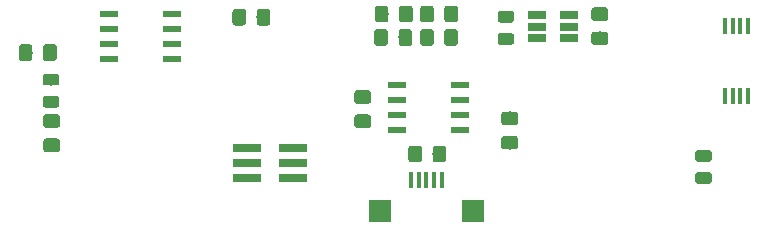
<source format=gbr>
G04 #@! TF.GenerationSoftware,KiCad,Pcbnew,(5.0.1)-4*
G04 #@! TF.CreationDate,2019-10-30T18:23:07+01:00*
G04 #@! TF.ProjectId,PCB,5043422E6B696361645F706362000000,rev?*
G04 #@! TF.SameCoordinates,Original*
G04 #@! TF.FileFunction,Paste,Top*
G04 #@! TF.FilePolarity,Positive*
%FSLAX46Y46*%
G04 Gerber Fmt 4.6, Leading zero omitted, Abs format (unit mm)*
G04 Created by KiCad (PCBNEW (5.0.1)-4) date 30/10/2019 18:23:07*
%MOMM*%
%LPD*%
G01*
G04 APERTURE LIST*
%ADD10C,0.100000*%
%ADD11C,1.150000*%
%ADD12C,0.975000*%
%ADD13R,0.400000X1.350000*%
%ADD14R,1.900000X1.900000*%
%ADD15R,2.400000X0.740000*%
%ADD16R,0.450000X1.450000*%
%ADD17R,1.550000X0.600000*%
%ADD18R,1.560000X0.650000*%
G04 APERTURE END LIST*
D10*
G04 #@! TO.C,C1*
G36*
X147025505Y-112940804D02*
X147049773Y-112944404D01*
X147073572Y-112950365D01*
X147096671Y-112958630D01*
X147118850Y-112969120D01*
X147139893Y-112981732D01*
X147159599Y-112996347D01*
X147177777Y-113012823D01*
X147194253Y-113031001D01*
X147208868Y-113050707D01*
X147221480Y-113071750D01*
X147231970Y-113093929D01*
X147240235Y-113117028D01*
X147246196Y-113140827D01*
X147249796Y-113165095D01*
X147251000Y-113189599D01*
X147251000Y-114089601D01*
X147249796Y-114114105D01*
X147246196Y-114138373D01*
X147240235Y-114162172D01*
X147231970Y-114185271D01*
X147221480Y-114207450D01*
X147208868Y-114228493D01*
X147194253Y-114248199D01*
X147177777Y-114266377D01*
X147159599Y-114282853D01*
X147139893Y-114297468D01*
X147118850Y-114310080D01*
X147096671Y-114320570D01*
X147073572Y-114328835D01*
X147049773Y-114334796D01*
X147025505Y-114338396D01*
X147001001Y-114339600D01*
X146350999Y-114339600D01*
X146326495Y-114338396D01*
X146302227Y-114334796D01*
X146278428Y-114328835D01*
X146255329Y-114320570D01*
X146233150Y-114310080D01*
X146212107Y-114297468D01*
X146192401Y-114282853D01*
X146174223Y-114266377D01*
X146157747Y-114248199D01*
X146143132Y-114228493D01*
X146130520Y-114207450D01*
X146120030Y-114185271D01*
X146111765Y-114162172D01*
X146105804Y-114138373D01*
X146102204Y-114114105D01*
X146101000Y-114089601D01*
X146101000Y-113189599D01*
X146102204Y-113165095D01*
X146105804Y-113140827D01*
X146111765Y-113117028D01*
X146120030Y-113093929D01*
X146130520Y-113071750D01*
X146143132Y-113050707D01*
X146157747Y-113031001D01*
X146174223Y-113012823D01*
X146192401Y-112996347D01*
X146212107Y-112981732D01*
X146233150Y-112969120D01*
X146255329Y-112958630D01*
X146278428Y-112950365D01*
X146302227Y-112944404D01*
X146326495Y-112940804D01*
X146350999Y-112939600D01*
X147001001Y-112939600D01*
X147025505Y-112940804D01*
X147025505Y-112940804D01*
G37*
D11*
X146676000Y-113639600D03*
D10*
G36*
X149075505Y-112940804D02*
X149099773Y-112944404D01*
X149123572Y-112950365D01*
X149146671Y-112958630D01*
X149168850Y-112969120D01*
X149189893Y-112981732D01*
X149209599Y-112996347D01*
X149227777Y-113012823D01*
X149244253Y-113031001D01*
X149258868Y-113050707D01*
X149271480Y-113071750D01*
X149281970Y-113093929D01*
X149290235Y-113117028D01*
X149296196Y-113140827D01*
X149299796Y-113165095D01*
X149301000Y-113189599D01*
X149301000Y-114089601D01*
X149299796Y-114114105D01*
X149296196Y-114138373D01*
X149290235Y-114162172D01*
X149281970Y-114185271D01*
X149271480Y-114207450D01*
X149258868Y-114228493D01*
X149244253Y-114248199D01*
X149227777Y-114266377D01*
X149209599Y-114282853D01*
X149189893Y-114297468D01*
X149168850Y-114310080D01*
X149146671Y-114320570D01*
X149123572Y-114328835D01*
X149099773Y-114334796D01*
X149075505Y-114338396D01*
X149051001Y-114339600D01*
X148400999Y-114339600D01*
X148376495Y-114338396D01*
X148352227Y-114334796D01*
X148328428Y-114328835D01*
X148305329Y-114320570D01*
X148283150Y-114310080D01*
X148262107Y-114297468D01*
X148242401Y-114282853D01*
X148224223Y-114266377D01*
X148207747Y-114248199D01*
X148193132Y-114228493D01*
X148180520Y-114207450D01*
X148170030Y-114185271D01*
X148161765Y-114162172D01*
X148155804Y-114138373D01*
X148152204Y-114114105D01*
X148151000Y-114089601D01*
X148151000Y-113189599D01*
X148152204Y-113165095D01*
X148155804Y-113140827D01*
X148161765Y-113117028D01*
X148170030Y-113093929D01*
X148180520Y-113071750D01*
X148193132Y-113050707D01*
X148207747Y-113031001D01*
X148224223Y-113012823D01*
X148242401Y-112996347D01*
X148262107Y-112981732D01*
X148283150Y-112969120D01*
X148305329Y-112958630D01*
X148328428Y-112950365D01*
X148352227Y-112944404D01*
X148376495Y-112940804D01*
X148400999Y-112939600D01*
X149051001Y-112939600D01*
X149075505Y-112940804D01*
X149075505Y-112940804D01*
G37*
D11*
X148726000Y-113639600D03*
G04 #@! TD*
D10*
G04 #@! TO.C,C2*
G36*
X154835942Y-101532774D02*
X154859603Y-101536284D01*
X154882807Y-101542096D01*
X154905329Y-101550154D01*
X154926953Y-101560382D01*
X154947470Y-101572679D01*
X154966683Y-101586929D01*
X154984407Y-101602993D01*
X155000471Y-101620717D01*
X155014721Y-101639930D01*
X155027018Y-101660447D01*
X155037246Y-101682071D01*
X155045304Y-101704593D01*
X155051116Y-101727797D01*
X155054626Y-101751458D01*
X155055800Y-101775350D01*
X155055800Y-102262850D01*
X155054626Y-102286742D01*
X155051116Y-102310403D01*
X155045304Y-102333607D01*
X155037246Y-102356129D01*
X155027018Y-102377753D01*
X155014721Y-102398270D01*
X155000471Y-102417483D01*
X154984407Y-102435207D01*
X154966683Y-102451271D01*
X154947470Y-102465521D01*
X154926953Y-102477818D01*
X154905329Y-102488046D01*
X154882807Y-102496104D01*
X154859603Y-102501916D01*
X154835942Y-102505426D01*
X154812050Y-102506600D01*
X153899550Y-102506600D01*
X153875658Y-102505426D01*
X153851997Y-102501916D01*
X153828793Y-102496104D01*
X153806271Y-102488046D01*
X153784647Y-102477818D01*
X153764130Y-102465521D01*
X153744917Y-102451271D01*
X153727193Y-102435207D01*
X153711129Y-102417483D01*
X153696879Y-102398270D01*
X153684582Y-102377753D01*
X153674354Y-102356129D01*
X153666296Y-102333607D01*
X153660484Y-102310403D01*
X153656974Y-102286742D01*
X153655800Y-102262850D01*
X153655800Y-101775350D01*
X153656974Y-101751458D01*
X153660484Y-101727797D01*
X153666296Y-101704593D01*
X153674354Y-101682071D01*
X153684582Y-101660447D01*
X153696879Y-101639930D01*
X153711129Y-101620717D01*
X153727193Y-101602993D01*
X153744917Y-101586929D01*
X153764130Y-101572679D01*
X153784647Y-101560382D01*
X153806271Y-101550154D01*
X153828793Y-101542096D01*
X153851997Y-101536284D01*
X153875658Y-101532774D01*
X153899550Y-101531600D01*
X154812050Y-101531600D01*
X154835942Y-101532774D01*
X154835942Y-101532774D01*
G37*
D12*
X154355800Y-102019100D03*
D10*
G36*
X154835942Y-103407774D02*
X154859603Y-103411284D01*
X154882807Y-103417096D01*
X154905329Y-103425154D01*
X154926953Y-103435382D01*
X154947470Y-103447679D01*
X154966683Y-103461929D01*
X154984407Y-103477993D01*
X155000471Y-103495717D01*
X155014721Y-103514930D01*
X155027018Y-103535447D01*
X155037246Y-103557071D01*
X155045304Y-103579593D01*
X155051116Y-103602797D01*
X155054626Y-103626458D01*
X155055800Y-103650350D01*
X155055800Y-104137850D01*
X155054626Y-104161742D01*
X155051116Y-104185403D01*
X155045304Y-104208607D01*
X155037246Y-104231129D01*
X155027018Y-104252753D01*
X155014721Y-104273270D01*
X155000471Y-104292483D01*
X154984407Y-104310207D01*
X154966683Y-104326271D01*
X154947470Y-104340521D01*
X154926953Y-104352818D01*
X154905329Y-104363046D01*
X154882807Y-104371104D01*
X154859603Y-104376916D01*
X154835942Y-104380426D01*
X154812050Y-104381600D01*
X153899550Y-104381600D01*
X153875658Y-104380426D01*
X153851997Y-104376916D01*
X153828793Y-104371104D01*
X153806271Y-104363046D01*
X153784647Y-104352818D01*
X153764130Y-104340521D01*
X153744917Y-104326271D01*
X153727193Y-104310207D01*
X153711129Y-104292483D01*
X153696879Y-104273270D01*
X153684582Y-104252753D01*
X153674354Y-104231129D01*
X153666296Y-104208607D01*
X153660484Y-104185403D01*
X153656974Y-104161742D01*
X153655800Y-104137850D01*
X153655800Y-103650350D01*
X153656974Y-103626458D01*
X153660484Y-103602797D01*
X153666296Y-103579593D01*
X153674354Y-103557071D01*
X153684582Y-103535447D01*
X153696879Y-103514930D01*
X153711129Y-103495717D01*
X153727193Y-103477993D01*
X153744917Y-103461929D01*
X153764130Y-103447679D01*
X153784647Y-103435382D01*
X153806271Y-103425154D01*
X153828793Y-103417096D01*
X153851997Y-103411284D01*
X153875658Y-103407774D01*
X153899550Y-103406600D01*
X154812050Y-103406600D01*
X154835942Y-103407774D01*
X154835942Y-103407774D01*
G37*
D12*
X154355800Y-103894100D03*
G04 #@! TD*
D10*
G04 #@! TO.C,C3*
G36*
X171574542Y-113310274D02*
X171598203Y-113313784D01*
X171621407Y-113319596D01*
X171643929Y-113327654D01*
X171665553Y-113337882D01*
X171686070Y-113350179D01*
X171705283Y-113364429D01*
X171723007Y-113380493D01*
X171739071Y-113398217D01*
X171753321Y-113417430D01*
X171765618Y-113437947D01*
X171775846Y-113459571D01*
X171783904Y-113482093D01*
X171789716Y-113505297D01*
X171793226Y-113528958D01*
X171794400Y-113552850D01*
X171794400Y-114040350D01*
X171793226Y-114064242D01*
X171789716Y-114087903D01*
X171783904Y-114111107D01*
X171775846Y-114133629D01*
X171765618Y-114155253D01*
X171753321Y-114175770D01*
X171739071Y-114194983D01*
X171723007Y-114212707D01*
X171705283Y-114228771D01*
X171686070Y-114243021D01*
X171665553Y-114255318D01*
X171643929Y-114265546D01*
X171621407Y-114273604D01*
X171598203Y-114279416D01*
X171574542Y-114282926D01*
X171550650Y-114284100D01*
X170638150Y-114284100D01*
X170614258Y-114282926D01*
X170590597Y-114279416D01*
X170567393Y-114273604D01*
X170544871Y-114265546D01*
X170523247Y-114255318D01*
X170502730Y-114243021D01*
X170483517Y-114228771D01*
X170465793Y-114212707D01*
X170449729Y-114194983D01*
X170435479Y-114175770D01*
X170423182Y-114155253D01*
X170412954Y-114133629D01*
X170404896Y-114111107D01*
X170399084Y-114087903D01*
X170395574Y-114064242D01*
X170394400Y-114040350D01*
X170394400Y-113552850D01*
X170395574Y-113528958D01*
X170399084Y-113505297D01*
X170404896Y-113482093D01*
X170412954Y-113459571D01*
X170423182Y-113437947D01*
X170435479Y-113417430D01*
X170449729Y-113398217D01*
X170465793Y-113380493D01*
X170483517Y-113364429D01*
X170502730Y-113350179D01*
X170523247Y-113337882D01*
X170544871Y-113327654D01*
X170567393Y-113319596D01*
X170590597Y-113313784D01*
X170614258Y-113310274D01*
X170638150Y-113309100D01*
X171550650Y-113309100D01*
X171574542Y-113310274D01*
X171574542Y-113310274D01*
G37*
D12*
X171094400Y-113796600D03*
D10*
G36*
X171574542Y-115185274D02*
X171598203Y-115188784D01*
X171621407Y-115194596D01*
X171643929Y-115202654D01*
X171665553Y-115212882D01*
X171686070Y-115225179D01*
X171705283Y-115239429D01*
X171723007Y-115255493D01*
X171739071Y-115273217D01*
X171753321Y-115292430D01*
X171765618Y-115312947D01*
X171775846Y-115334571D01*
X171783904Y-115357093D01*
X171789716Y-115380297D01*
X171793226Y-115403958D01*
X171794400Y-115427850D01*
X171794400Y-115915350D01*
X171793226Y-115939242D01*
X171789716Y-115962903D01*
X171783904Y-115986107D01*
X171775846Y-116008629D01*
X171765618Y-116030253D01*
X171753321Y-116050770D01*
X171739071Y-116069983D01*
X171723007Y-116087707D01*
X171705283Y-116103771D01*
X171686070Y-116118021D01*
X171665553Y-116130318D01*
X171643929Y-116140546D01*
X171621407Y-116148604D01*
X171598203Y-116154416D01*
X171574542Y-116157926D01*
X171550650Y-116159100D01*
X170638150Y-116159100D01*
X170614258Y-116157926D01*
X170590597Y-116154416D01*
X170567393Y-116148604D01*
X170544871Y-116140546D01*
X170523247Y-116130318D01*
X170502730Y-116118021D01*
X170483517Y-116103771D01*
X170465793Y-116087707D01*
X170449729Y-116069983D01*
X170435479Y-116050770D01*
X170423182Y-116030253D01*
X170412954Y-116008629D01*
X170404896Y-115986107D01*
X170399084Y-115962903D01*
X170395574Y-115939242D01*
X170394400Y-115915350D01*
X170394400Y-115427850D01*
X170395574Y-115403958D01*
X170399084Y-115380297D01*
X170404896Y-115357093D01*
X170412954Y-115334571D01*
X170423182Y-115312947D01*
X170435479Y-115292430D01*
X170449729Y-115273217D01*
X170465793Y-115255493D01*
X170483517Y-115239429D01*
X170502730Y-115225179D01*
X170523247Y-115212882D01*
X170544871Y-115202654D01*
X170567393Y-115194596D01*
X170590597Y-115188784D01*
X170614258Y-115185274D01*
X170638150Y-115184100D01*
X171550650Y-115184100D01*
X171574542Y-115185274D01*
X171574542Y-115185274D01*
G37*
D12*
X171094400Y-115671600D03*
G04 #@! TD*
D10*
G04 #@! TO.C,C4*
G36*
X116329542Y-108729074D02*
X116353203Y-108732584D01*
X116376407Y-108738396D01*
X116398929Y-108746454D01*
X116420553Y-108756682D01*
X116441070Y-108768979D01*
X116460283Y-108783229D01*
X116478007Y-108799293D01*
X116494071Y-108817017D01*
X116508321Y-108836230D01*
X116520618Y-108856747D01*
X116530846Y-108878371D01*
X116538904Y-108900893D01*
X116544716Y-108924097D01*
X116548226Y-108947758D01*
X116549400Y-108971650D01*
X116549400Y-109459150D01*
X116548226Y-109483042D01*
X116544716Y-109506703D01*
X116538904Y-109529907D01*
X116530846Y-109552429D01*
X116520618Y-109574053D01*
X116508321Y-109594570D01*
X116494071Y-109613783D01*
X116478007Y-109631507D01*
X116460283Y-109647571D01*
X116441070Y-109661821D01*
X116420553Y-109674118D01*
X116398929Y-109684346D01*
X116376407Y-109692404D01*
X116353203Y-109698216D01*
X116329542Y-109701726D01*
X116305650Y-109702900D01*
X115393150Y-109702900D01*
X115369258Y-109701726D01*
X115345597Y-109698216D01*
X115322393Y-109692404D01*
X115299871Y-109684346D01*
X115278247Y-109674118D01*
X115257730Y-109661821D01*
X115238517Y-109647571D01*
X115220793Y-109631507D01*
X115204729Y-109613783D01*
X115190479Y-109594570D01*
X115178182Y-109574053D01*
X115167954Y-109552429D01*
X115159896Y-109529907D01*
X115154084Y-109506703D01*
X115150574Y-109483042D01*
X115149400Y-109459150D01*
X115149400Y-108971650D01*
X115150574Y-108947758D01*
X115154084Y-108924097D01*
X115159896Y-108900893D01*
X115167954Y-108878371D01*
X115178182Y-108856747D01*
X115190479Y-108836230D01*
X115204729Y-108817017D01*
X115220793Y-108799293D01*
X115238517Y-108783229D01*
X115257730Y-108768979D01*
X115278247Y-108756682D01*
X115299871Y-108746454D01*
X115322393Y-108738396D01*
X115345597Y-108732584D01*
X115369258Y-108729074D01*
X115393150Y-108727900D01*
X116305650Y-108727900D01*
X116329542Y-108729074D01*
X116329542Y-108729074D01*
G37*
D12*
X115849400Y-109215400D03*
D10*
G36*
X116329542Y-106854074D02*
X116353203Y-106857584D01*
X116376407Y-106863396D01*
X116398929Y-106871454D01*
X116420553Y-106881682D01*
X116441070Y-106893979D01*
X116460283Y-106908229D01*
X116478007Y-106924293D01*
X116494071Y-106942017D01*
X116508321Y-106961230D01*
X116520618Y-106981747D01*
X116530846Y-107003371D01*
X116538904Y-107025893D01*
X116544716Y-107049097D01*
X116548226Y-107072758D01*
X116549400Y-107096650D01*
X116549400Y-107584150D01*
X116548226Y-107608042D01*
X116544716Y-107631703D01*
X116538904Y-107654907D01*
X116530846Y-107677429D01*
X116520618Y-107699053D01*
X116508321Y-107719570D01*
X116494071Y-107738783D01*
X116478007Y-107756507D01*
X116460283Y-107772571D01*
X116441070Y-107786821D01*
X116420553Y-107799118D01*
X116398929Y-107809346D01*
X116376407Y-107817404D01*
X116353203Y-107823216D01*
X116329542Y-107826726D01*
X116305650Y-107827900D01*
X115393150Y-107827900D01*
X115369258Y-107826726D01*
X115345597Y-107823216D01*
X115322393Y-107817404D01*
X115299871Y-107809346D01*
X115278247Y-107799118D01*
X115257730Y-107786821D01*
X115238517Y-107772571D01*
X115220793Y-107756507D01*
X115204729Y-107738783D01*
X115190479Y-107719570D01*
X115178182Y-107699053D01*
X115167954Y-107677429D01*
X115159896Y-107654907D01*
X115154084Y-107631703D01*
X115150574Y-107608042D01*
X115149400Y-107584150D01*
X115149400Y-107096650D01*
X115150574Y-107072758D01*
X115154084Y-107049097D01*
X115159896Y-107025893D01*
X115167954Y-107003371D01*
X115178182Y-106981747D01*
X115190479Y-106961230D01*
X115204729Y-106942017D01*
X115220793Y-106924293D01*
X115238517Y-106908229D01*
X115257730Y-106893979D01*
X115278247Y-106881682D01*
X115299871Y-106871454D01*
X115322393Y-106863396D01*
X115345597Y-106857584D01*
X115369258Y-106854074D01*
X115393150Y-106852900D01*
X116305650Y-106852900D01*
X116329542Y-106854074D01*
X116329542Y-106854074D01*
G37*
D12*
X115849400Y-107340400D03*
G04 #@! TD*
D10*
G04 #@! TO.C,D1*
G36*
X146196305Y-103072904D02*
X146220573Y-103076504D01*
X146244372Y-103082465D01*
X146267471Y-103090730D01*
X146289650Y-103101220D01*
X146310693Y-103113832D01*
X146330399Y-103128447D01*
X146348577Y-103144923D01*
X146365053Y-103163101D01*
X146379668Y-103182807D01*
X146392280Y-103203850D01*
X146402770Y-103226029D01*
X146411035Y-103249128D01*
X146416996Y-103272927D01*
X146420596Y-103297195D01*
X146421800Y-103321699D01*
X146421800Y-104221701D01*
X146420596Y-104246205D01*
X146416996Y-104270473D01*
X146411035Y-104294272D01*
X146402770Y-104317371D01*
X146392280Y-104339550D01*
X146379668Y-104360593D01*
X146365053Y-104380299D01*
X146348577Y-104398477D01*
X146330399Y-104414953D01*
X146310693Y-104429568D01*
X146289650Y-104442180D01*
X146267471Y-104452670D01*
X146244372Y-104460935D01*
X146220573Y-104466896D01*
X146196305Y-104470496D01*
X146171801Y-104471700D01*
X145521799Y-104471700D01*
X145497295Y-104470496D01*
X145473027Y-104466896D01*
X145449228Y-104460935D01*
X145426129Y-104452670D01*
X145403950Y-104442180D01*
X145382907Y-104429568D01*
X145363201Y-104414953D01*
X145345023Y-104398477D01*
X145328547Y-104380299D01*
X145313932Y-104360593D01*
X145301320Y-104339550D01*
X145290830Y-104317371D01*
X145282565Y-104294272D01*
X145276604Y-104270473D01*
X145273004Y-104246205D01*
X145271800Y-104221701D01*
X145271800Y-103321699D01*
X145273004Y-103297195D01*
X145276604Y-103272927D01*
X145282565Y-103249128D01*
X145290830Y-103226029D01*
X145301320Y-103203850D01*
X145313932Y-103182807D01*
X145328547Y-103163101D01*
X145345023Y-103144923D01*
X145363201Y-103128447D01*
X145382907Y-103113832D01*
X145403950Y-103101220D01*
X145426129Y-103090730D01*
X145449228Y-103082465D01*
X145473027Y-103076504D01*
X145497295Y-103072904D01*
X145521799Y-103071700D01*
X146171801Y-103071700D01*
X146196305Y-103072904D01*
X146196305Y-103072904D01*
G37*
D11*
X145846800Y-103771700D03*
D10*
G36*
X144146305Y-103072904D02*
X144170573Y-103076504D01*
X144194372Y-103082465D01*
X144217471Y-103090730D01*
X144239650Y-103101220D01*
X144260693Y-103113832D01*
X144280399Y-103128447D01*
X144298577Y-103144923D01*
X144315053Y-103163101D01*
X144329668Y-103182807D01*
X144342280Y-103203850D01*
X144352770Y-103226029D01*
X144361035Y-103249128D01*
X144366996Y-103272927D01*
X144370596Y-103297195D01*
X144371800Y-103321699D01*
X144371800Y-104221701D01*
X144370596Y-104246205D01*
X144366996Y-104270473D01*
X144361035Y-104294272D01*
X144352770Y-104317371D01*
X144342280Y-104339550D01*
X144329668Y-104360593D01*
X144315053Y-104380299D01*
X144298577Y-104398477D01*
X144280399Y-104414953D01*
X144260693Y-104429568D01*
X144239650Y-104442180D01*
X144217471Y-104452670D01*
X144194372Y-104460935D01*
X144170573Y-104466896D01*
X144146305Y-104470496D01*
X144121801Y-104471700D01*
X143471799Y-104471700D01*
X143447295Y-104470496D01*
X143423027Y-104466896D01*
X143399228Y-104460935D01*
X143376129Y-104452670D01*
X143353950Y-104442180D01*
X143332907Y-104429568D01*
X143313201Y-104414953D01*
X143295023Y-104398477D01*
X143278547Y-104380299D01*
X143263932Y-104360593D01*
X143251320Y-104339550D01*
X143240830Y-104317371D01*
X143232565Y-104294272D01*
X143226604Y-104270473D01*
X143223004Y-104246205D01*
X143221800Y-104221701D01*
X143221800Y-103321699D01*
X143223004Y-103297195D01*
X143226604Y-103272927D01*
X143232565Y-103249128D01*
X143240830Y-103226029D01*
X143251320Y-103203850D01*
X143263932Y-103182807D01*
X143278547Y-103163101D01*
X143295023Y-103144923D01*
X143313201Y-103128447D01*
X143332907Y-103113832D01*
X143353950Y-103101220D01*
X143376129Y-103090730D01*
X143399228Y-103082465D01*
X143423027Y-103076504D01*
X143447295Y-103072904D01*
X143471799Y-103071700D01*
X144121801Y-103071700D01*
X144146305Y-103072904D01*
X144146305Y-103072904D01*
G37*
D11*
X143796800Y-103771700D03*
G04 #@! TD*
D10*
G04 #@! TO.C,D2*
G36*
X144197105Y-101091704D02*
X144221373Y-101095304D01*
X144245172Y-101101265D01*
X144268271Y-101109530D01*
X144290450Y-101120020D01*
X144311493Y-101132632D01*
X144331199Y-101147247D01*
X144349377Y-101163723D01*
X144365853Y-101181901D01*
X144380468Y-101201607D01*
X144393080Y-101222650D01*
X144403570Y-101244829D01*
X144411835Y-101267928D01*
X144417796Y-101291727D01*
X144421396Y-101315995D01*
X144422600Y-101340499D01*
X144422600Y-102240501D01*
X144421396Y-102265005D01*
X144417796Y-102289273D01*
X144411835Y-102313072D01*
X144403570Y-102336171D01*
X144393080Y-102358350D01*
X144380468Y-102379393D01*
X144365853Y-102399099D01*
X144349377Y-102417277D01*
X144331199Y-102433753D01*
X144311493Y-102448368D01*
X144290450Y-102460980D01*
X144268271Y-102471470D01*
X144245172Y-102479735D01*
X144221373Y-102485696D01*
X144197105Y-102489296D01*
X144172601Y-102490500D01*
X143522599Y-102490500D01*
X143498095Y-102489296D01*
X143473827Y-102485696D01*
X143450028Y-102479735D01*
X143426929Y-102471470D01*
X143404750Y-102460980D01*
X143383707Y-102448368D01*
X143364001Y-102433753D01*
X143345823Y-102417277D01*
X143329347Y-102399099D01*
X143314732Y-102379393D01*
X143302120Y-102358350D01*
X143291630Y-102336171D01*
X143283365Y-102313072D01*
X143277404Y-102289273D01*
X143273804Y-102265005D01*
X143272600Y-102240501D01*
X143272600Y-101340499D01*
X143273804Y-101315995D01*
X143277404Y-101291727D01*
X143283365Y-101267928D01*
X143291630Y-101244829D01*
X143302120Y-101222650D01*
X143314732Y-101201607D01*
X143329347Y-101181901D01*
X143345823Y-101163723D01*
X143364001Y-101147247D01*
X143383707Y-101132632D01*
X143404750Y-101120020D01*
X143426929Y-101109530D01*
X143450028Y-101101265D01*
X143473827Y-101095304D01*
X143498095Y-101091704D01*
X143522599Y-101090500D01*
X144172601Y-101090500D01*
X144197105Y-101091704D01*
X144197105Y-101091704D01*
G37*
D11*
X143847600Y-101790500D03*
D10*
G36*
X146247105Y-101091704D02*
X146271373Y-101095304D01*
X146295172Y-101101265D01*
X146318271Y-101109530D01*
X146340450Y-101120020D01*
X146361493Y-101132632D01*
X146381199Y-101147247D01*
X146399377Y-101163723D01*
X146415853Y-101181901D01*
X146430468Y-101201607D01*
X146443080Y-101222650D01*
X146453570Y-101244829D01*
X146461835Y-101267928D01*
X146467796Y-101291727D01*
X146471396Y-101315995D01*
X146472600Y-101340499D01*
X146472600Y-102240501D01*
X146471396Y-102265005D01*
X146467796Y-102289273D01*
X146461835Y-102313072D01*
X146453570Y-102336171D01*
X146443080Y-102358350D01*
X146430468Y-102379393D01*
X146415853Y-102399099D01*
X146399377Y-102417277D01*
X146381199Y-102433753D01*
X146361493Y-102448368D01*
X146340450Y-102460980D01*
X146318271Y-102471470D01*
X146295172Y-102479735D01*
X146271373Y-102485696D01*
X146247105Y-102489296D01*
X146222601Y-102490500D01*
X145572599Y-102490500D01*
X145548095Y-102489296D01*
X145523827Y-102485696D01*
X145500028Y-102479735D01*
X145476929Y-102471470D01*
X145454750Y-102460980D01*
X145433707Y-102448368D01*
X145414001Y-102433753D01*
X145395823Y-102417277D01*
X145379347Y-102399099D01*
X145364732Y-102379393D01*
X145352120Y-102358350D01*
X145341630Y-102336171D01*
X145333365Y-102313072D01*
X145327404Y-102289273D01*
X145323804Y-102265005D01*
X145322600Y-102240501D01*
X145322600Y-101340499D01*
X145323804Y-101315995D01*
X145327404Y-101291727D01*
X145333365Y-101267928D01*
X145341630Y-101244829D01*
X145352120Y-101222650D01*
X145364732Y-101201607D01*
X145379347Y-101181901D01*
X145395823Y-101163723D01*
X145414001Y-101147247D01*
X145433707Y-101132632D01*
X145454750Y-101120020D01*
X145476929Y-101109530D01*
X145500028Y-101101265D01*
X145523827Y-101095304D01*
X145548095Y-101091704D01*
X145572599Y-101090500D01*
X146222601Y-101090500D01*
X146247105Y-101091704D01*
X146247105Y-101091704D01*
G37*
D11*
X145897600Y-101790500D03*
G04 #@! TD*
D13*
G04 #@! TO.C,J1*
X148924800Y-115816000D03*
X148274800Y-115816000D03*
X146324800Y-115816000D03*
X146974800Y-115816000D03*
X147624800Y-115816000D03*
D14*
X143674800Y-118491000D03*
X151574800Y-118491000D03*
G04 #@! TD*
D15*
G04 #@! TO.C,J2*
X132461000Y-113131600D03*
X136361000Y-113131600D03*
X132461000Y-114401600D03*
X136361000Y-114401600D03*
X132461000Y-115671600D03*
X136361000Y-115671600D03*
G04 #@! TD*
D16*
G04 #@! TO.C,Q1*
X172913400Y-108690200D03*
X173563400Y-108690200D03*
X174213400Y-108690200D03*
X174863400Y-108690200D03*
X174863400Y-102790200D03*
X174213400Y-102790200D03*
X173563400Y-102790200D03*
X172913400Y-102790200D03*
G04 #@! TD*
D10*
G04 #@! TO.C,R1*
G36*
X148028805Y-103060204D02*
X148053073Y-103063804D01*
X148076872Y-103069765D01*
X148099971Y-103078030D01*
X148122150Y-103088520D01*
X148143193Y-103101132D01*
X148162899Y-103115747D01*
X148181077Y-103132223D01*
X148197553Y-103150401D01*
X148212168Y-103170107D01*
X148224780Y-103191150D01*
X148235270Y-103213329D01*
X148243535Y-103236428D01*
X148249496Y-103260227D01*
X148253096Y-103284495D01*
X148254300Y-103308999D01*
X148254300Y-104209001D01*
X148253096Y-104233505D01*
X148249496Y-104257773D01*
X148243535Y-104281572D01*
X148235270Y-104304671D01*
X148224780Y-104326850D01*
X148212168Y-104347893D01*
X148197553Y-104367599D01*
X148181077Y-104385777D01*
X148162899Y-104402253D01*
X148143193Y-104416868D01*
X148122150Y-104429480D01*
X148099971Y-104439970D01*
X148076872Y-104448235D01*
X148053073Y-104454196D01*
X148028805Y-104457796D01*
X148004301Y-104459000D01*
X147354299Y-104459000D01*
X147329795Y-104457796D01*
X147305527Y-104454196D01*
X147281728Y-104448235D01*
X147258629Y-104439970D01*
X147236450Y-104429480D01*
X147215407Y-104416868D01*
X147195701Y-104402253D01*
X147177523Y-104385777D01*
X147161047Y-104367599D01*
X147146432Y-104347893D01*
X147133820Y-104326850D01*
X147123330Y-104304671D01*
X147115065Y-104281572D01*
X147109104Y-104257773D01*
X147105504Y-104233505D01*
X147104300Y-104209001D01*
X147104300Y-103308999D01*
X147105504Y-103284495D01*
X147109104Y-103260227D01*
X147115065Y-103236428D01*
X147123330Y-103213329D01*
X147133820Y-103191150D01*
X147146432Y-103170107D01*
X147161047Y-103150401D01*
X147177523Y-103132223D01*
X147195701Y-103115747D01*
X147215407Y-103101132D01*
X147236450Y-103088520D01*
X147258629Y-103078030D01*
X147281728Y-103069765D01*
X147305527Y-103063804D01*
X147329795Y-103060204D01*
X147354299Y-103059000D01*
X148004301Y-103059000D01*
X148028805Y-103060204D01*
X148028805Y-103060204D01*
G37*
D11*
X147679300Y-103759000D03*
D10*
G36*
X150078805Y-103060204D02*
X150103073Y-103063804D01*
X150126872Y-103069765D01*
X150149971Y-103078030D01*
X150172150Y-103088520D01*
X150193193Y-103101132D01*
X150212899Y-103115747D01*
X150231077Y-103132223D01*
X150247553Y-103150401D01*
X150262168Y-103170107D01*
X150274780Y-103191150D01*
X150285270Y-103213329D01*
X150293535Y-103236428D01*
X150299496Y-103260227D01*
X150303096Y-103284495D01*
X150304300Y-103308999D01*
X150304300Y-104209001D01*
X150303096Y-104233505D01*
X150299496Y-104257773D01*
X150293535Y-104281572D01*
X150285270Y-104304671D01*
X150274780Y-104326850D01*
X150262168Y-104347893D01*
X150247553Y-104367599D01*
X150231077Y-104385777D01*
X150212899Y-104402253D01*
X150193193Y-104416868D01*
X150172150Y-104429480D01*
X150149971Y-104439970D01*
X150126872Y-104448235D01*
X150103073Y-104454196D01*
X150078805Y-104457796D01*
X150054301Y-104459000D01*
X149404299Y-104459000D01*
X149379795Y-104457796D01*
X149355527Y-104454196D01*
X149331728Y-104448235D01*
X149308629Y-104439970D01*
X149286450Y-104429480D01*
X149265407Y-104416868D01*
X149245701Y-104402253D01*
X149227523Y-104385777D01*
X149211047Y-104367599D01*
X149196432Y-104347893D01*
X149183820Y-104326850D01*
X149173330Y-104304671D01*
X149165065Y-104281572D01*
X149159104Y-104257773D01*
X149155504Y-104233505D01*
X149154300Y-104209001D01*
X149154300Y-103308999D01*
X149155504Y-103284495D01*
X149159104Y-103260227D01*
X149165065Y-103236428D01*
X149173330Y-103213329D01*
X149183820Y-103191150D01*
X149196432Y-103170107D01*
X149211047Y-103150401D01*
X149227523Y-103132223D01*
X149245701Y-103115747D01*
X149265407Y-103101132D01*
X149286450Y-103088520D01*
X149308629Y-103078030D01*
X149331728Y-103069765D01*
X149355527Y-103063804D01*
X149379795Y-103060204D01*
X149404299Y-103059000D01*
X150054301Y-103059000D01*
X150078805Y-103060204D01*
X150078805Y-103060204D01*
G37*
D11*
X149729300Y-103759000D03*
G04 #@! TD*
D10*
G04 #@! TO.C,R2*
G36*
X155147805Y-112100604D02*
X155172073Y-112104204D01*
X155195872Y-112110165D01*
X155218971Y-112118430D01*
X155241150Y-112128920D01*
X155262193Y-112141532D01*
X155281899Y-112156147D01*
X155300077Y-112172623D01*
X155316553Y-112190801D01*
X155331168Y-112210507D01*
X155343780Y-112231550D01*
X155354270Y-112253729D01*
X155362535Y-112276828D01*
X155368496Y-112300627D01*
X155372096Y-112324895D01*
X155373300Y-112349399D01*
X155373300Y-112999401D01*
X155372096Y-113023905D01*
X155368496Y-113048173D01*
X155362535Y-113071972D01*
X155354270Y-113095071D01*
X155343780Y-113117250D01*
X155331168Y-113138293D01*
X155316553Y-113157999D01*
X155300077Y-113176177D01*
X155281899Y-113192653D01*
X155262193Y-113207268D01*
X155241150Y-113219880D01*
X155218971Y-113230370D01*
X155195872Y-113238635D01*
X155172073Y-113244596D01*
X155147805Y-113248196D01*
X155123301Y-113249400D01*
X154223299Y-113249400D01*
X154198795Y-113248196D01*
X154174527Y-113244596D01*
X154150728Y-113238635D01*
X154127629Y-113230370D01*
X154105450Y-113219880D01*
X154084407Y-113207268D01*
X154064701Y-113192653D01*
X154046523Y-113176177D01*
X154030047Y-113157999D01*
X154015432Y-113138293D01*
X154002820Y-113117250D01*
X153992330Y-113095071D01*
X153984065Y-113071972D01*
X153978104Y-113048173D01*
X153974504Y-113023905D01*
X153973300Y-112999401D01*
X153973300Y-112349399D01*
X153974504Y-112324895D01*
X153978104Y-112300627D01*
X153984065Y-112276828D01*
X153992330Y-112253729D01*
X154002820Y-112231550D01*
X154015432Y-112210507D01*
X154030047Y-112190801D01*
X154046523Y-112172623D01*
X154064701Y-112156147D01*
X154084407Y-112141532D01*
X154105450Y-112128920D01*
X154127629Y-112118430D01*
X154150728Y-112110165D01*
X154174527Y-112104204D01*
X154198795Y-112100604D01*
X154223299Y-112099400D01*
X155123301Y-112099400D01*
X155147805Y-112100604D01*
X155147805Y-112100604D01*
G37*
D11*
X154673300Y-112674400D03*
D10*
G36*
X155147805Y-110050604D02*
X155172073Y-110054204D01*
X155195872Y-110060165D01*
X155218971Y-110068430D01*
X155241150Y-110078920D01*
X155262193Y-110091532D01*
X155281899Y-110106147D01*
X155300077Y-110122623D01*
X155316553Y-110140801D01*
X155331168Y-110160507D01*
X155343780Y-110181550D01*
X155354270Y-110203729D01*
X155362535Y-110226828D01*
X155368496Y-110250627D01*
X155372096Y-110274895D01*
X155373300Y-110299399D01*
X155373300Y-110949401D01*
X155372096Y-110973905D01*
X155368496Y-110998173D01*
X155362535Y-111021972D01*
X155354270Y-111045071D01*
X155343780Y-111067250D01*
X155331168Y-111088293D01*
X155316553Y-111107999D01*
X155300077Y-111126177D01*
X155281899Y-111142653D01*
X155262193Y-111157268D01*
X155241150Y-111169880D01*
X155218971Y-111180370D01*
X155195872Y-111188635D01*
X155172073Y-111194596D01*
X155147805Y-111198196D01*
X155123301Y-111199400D01*
X154223299Y-111199400D01*
X154198795Y-111198196D01*
X154174527Y-111194596D01*
X154150728Y-111188635D01*
X154127629Y-111180370D01*
X154105450Y-111169880D01*
X154084407Y-111157268D01*
X154064701Y-111142653D01*
X154046523Y-111126177D01*
X154030047Y-111107999D01*
X154015432Y-111088293D01*
X154002820Y-111067250D01*
X153992330Y-111045071D01*
X153984065Y-111021972D01*
X153978104Y-110998173D01*
X153974504Y-110973905D01*
X153973300Y-110949401D01*
X153973300Y-110299399D01*
X153974504Y-110274895D01*
X153978104Y-110250627D01*
X153984065Y-110226828D01*
X153992330Y-110203729D01*
X154002820Y-110181550D01*
X154015432Y-110160507D01*
X154030047Y-110140801D01*
X154046523Y-110122623D01*
X154064701Y-110106147D01*
X154084407Y-110091532D01*
X154105450Y-110078920D01*
X154127629Y-110068430D01*
X154150728Y-110060165D01*
X154174527Y-110054204D01*
X154198795Y-110050604D01*
X154223299Y-110049400D01*
X155123301Y-110049400D01*
X155147805Y-110050604D01*
X155147805Y-110050604D01*
G37*
D11*
X154673300Y-110624400D03*
G04 #@! TD*
D10*
G04 #@! TO.C,R3*
G36*
X148032505Y-101091704D02*
X148056773Y-101095304D01*
X148080572Y-101101265D01*
X148103671Y-101109530D01*
X148125850Y-101120020D01*
X148146893Y-101132632D01*
X148166599Y-101147247D01*
X148184777Y-101163723D01*
X148201253Y-101181901D01*
X148215868Y-101201607D01*
X148228480Y-101222650D01*
X148238970Y-101244829D01*
X148247235Y-101267928D01*
X148253196Y-101291727D01*
X148256796Y-101315995D01*
X148258000Y-101340499D01*
X148258000Y-102240501D01*
X148256796Y-102265005D01*
X148253196Y-102289273D01*
X148247235Y-102313072D01*
X148238970Y-102336171D01*
X148228480Y-102358350D01*
X148215868Y-102379393D01*
X148201253Y-102399099D01*
X148184777Y-102417277D01*
X148166599Y-102433753D01*
X148146893Y-102448368D01*
X148125850Y-102460980D01*
X148103671Y-102471470D01*
X148080572Y-102479735D01*
X148056773Y-102485696D01*
X148032505Y-102489296D01*
X148008001Y-102490500D01*
X147357999Y-102490500D01*
X147333495Y-102489296D01*
X147309227Y-102485696D01*
X147285428Y-102479735D01*
X147262329Y-102471470D01*
X147240150Y-102460980D01*
X147219107Y-102448368D01*
X147199401Y-102433753D01*
X147181223Y-102417277D01*
X147164747Y-102399099D01*
X147150132Y-102379393D01*
X147137520Y-102358350D01*
X147127030Y-102336171D01*
X147118765Y-102313072D01*
X147112804Y-102289273D01*
X147109204Y-102265005D01*
X147108000Y-102240501D01*
X147108000Y-101340499D01*
X147109204Y-101315995D01*
X147112804Y-101291727D01*
X147118765Y-101267928D01*
X147127030Y-101244829D01*
X147137520Y-101222650D01*
X147150132Y-101201607D01*
X147164747Y-101181901D01*
X147181223Y-101163723D01*
X147199401Y-101147247D01*
X147219107Y-101132632D01*
X147240150Y-101120020D01*
X147262329Y-101109530D01*
X147285428Y-101101265D01*
X147309227Y-101095304D01*
X147333495Y-101091704D01*
X147357999Y-101090500D01*
X148008001Y-101090500D01*
X148032505Y-101091704D01*
X148032505Y-101091704D01*
G37*
D11*
X147683000Y-101790500D03*
D10*
G36*
X150082505Y-101091704D02*
X150106773Y-101095304D01*
X150130572Y-101101265D01*
X150153671Y-101109530D01*
X150175850Y-101120020D01*
X150196893Y-101132632D01*
X150216599Y-101147247D01*
X150234777Y-101163723D01*
X150251253Y-101181901D01*
X150265868Y-101201607D01*
X150278480Y-101222650D01*
X150288970Y-101244829D01*
X150297235Y-101267928D01*
X150303196Y-101291727D01*
X150306796Y-101315995D01*
X150308000Y-101340499D01*
X150308000Y-102240501D01*
X150306796Y-102265005D01*
X150303196Y-102289273D01*
X150297235Y-102313072D01*
X150288970Y-102336171D01*
X150278480Y-102358350D01*
X150265868Y-102379393D01*
X150251253Y-102399099D01*
X150234777Y-102417277D01*
X150216599Y-102433753D01*
X150196893Y-102448368D01*
X150175850Y-102460980D01*
X150153671Y-102471470D01*
X150130572Y-102479735D01*
X150106773Y-102485696D01*
X150082505Y-102489296D01*
X150058001Y-102490500D01*
X149407999Y-102490500D01*
X149383495Y-102489296D01*
X149359227Y-102485696D01*
X149335428Y-102479735D01*
X149312329Y-102471470D01*
X149290150Y-102460980D01*
X149269107Y-102448368D01*
X149249401Y-102433753D01*
X149231223Y-102417277D01*
X149214747Y-102399099D01*
X149200132Y-102379393D01*
X149187520Y-102358350D01*
X149177030Y-102336171D01*
X149168765Y-102313072D01*
X149162804Y-102289273D01*
X149159204Y-102265005D01*
X149158000Y-102240501D01*
X149158000Y-101340499D01*
X149159204Y-101315995D01*
X149162804Y-101291727D01*
X149168765Y-101267928D01*
X149177030Y-101244829D01*
X149187520Y-101222650D01*
X149200132Y-101201607D01*
X149214747Y-101181901D01*
X149231223Y-101163723D01*
X149249401Y-101147247D01*
X149269107Y-101132632D01*
X149290150Y-101120020D01*
X149312329Y-101109530D01*
X149335428Y-101101265D01*
X149359227Y-101095304D01*
X149383495Y-101091704D01*
X149407999Y-101090500D01*
X150058001Y-101090500D01*
X150082505Y-101091704D01*
X150082505Y-101091704D01*
G37*
D11*
X149733000Y-101790500D03*
G04 #@! TD*
D10*
G04 #@! TO.C,R4*
G36*
X162780505Y-103270404D02*
X162804773Y-103274004D01*
X162828572Y-103279965D01*
X162851671Y-103288230D01*
X162873850Y-103298720D01*
X162894893Y-103311332D01*
X162914599Y-103325947D01*
X162932777Y-103342423D01*
X162949253Y-103360601D01*
X162963868Y-103380307D01*
X162976480Y-103401350D01*
X162986970Y-103423529D01*
X162995235Y-103446628D01*
X163001196Y-103470427D01*
X163004796Y-103494695D01*
X163006000Y-103519199D01*
X163006000Y-104169201D01*
X163004796Y-104193705D01*
X163001196Y-104217973D01*
X162995235Y-104241772D01*
X162986970Y-104264871D01*
X162976480Y-104287050D01*
X162963868Y-104308093D01*
X162949253Y-104327799D01*
X162932777Y-104345977D01*
X162914599Y-104362453D01*
X162894893Y-104377068D01*
X162873850Y-104389680D01*
X162851671Y-104400170D01*
X162828572Y-104408435D01*
X162804773Y-104414396D01*
X162780505Y-104417996D01*
X162756001Y-104419200D01*
X161855999Y-104419200D01*
X161831495Y-104417996D01*
X161807227Y-104414396D01*
X161783428Y-104408435D01*
X161760329Y-104400170D01*
X161738150Y-104389680D01*
X161717107Y-104377068D01*
X161697401Y-104362453D01*
X161679223Y-104345977D01*
X161662747Y-104327799D01*
X161648132Y-104308093D01*
X161635520Y-104287050D01*
X161625030Y-104264871D01*
X161616765Y-104241772D01*
X161610804Y-104217973D01*
X161607204Y-104193705D01*
X161606000Y-104169201D01*
X161606000Y-103519199D01*
X161607204Y-103494695D01*
X161610804Y-103470427D01*
X161616765Y-103446628D01*
X161625030Y-103423529D01*
X161635520Y-103401350D01*
X161648132Y-103380307D01*
X161662747Y-103360601D01*
X161679223Y-103342423D01*
X161697401Y-103325947D01*
X161717107Y-103311332D01*
X161738150Y-103298720D01*
X161760329Y-103288230D01*
X161783428Y-103279965D01*
X161807227Y-103274004D01*
X161831495Y-103270404D01*
X161855999Y-103269200D01*
X162756001Y-103269200D01*
X162780505Y-103270404D01*
X162780505Y-103270404D01*
G37*
D11*
X162306000Y-103844200D03*
D10*
G36*
X162780505Y-101220404D02*
X162804773Y-101224004D01*
X162828572Y-101229965D01*
X162851671Y-101238230D01*
X162873850Y-101248720D01*
X162894893Y-101261332D01*
X162914599Y-101275947D01*
X162932777Y-101292423D01*
X162949253Y-101310601D01*
X162963868Y-101330307D01*
X162976480Y-101351350D01*
X162986970Y-101373529D01*
X162995235Y-101396628D01*
X163001196Y-101420427D01*
X163004796Y-101444695D01*
X163006000Y-101469199D01*
X163006000Y-102119201D01*
X163004796Y-102143705D01*
X163001196Y-102167973D01*
X162995235Y-102191772D01*
X162986970Y-102214871D01*
X162976480Y-102237050D01*
X162963868Y-102258093D01*
X162949253Y-102277799D01*
X162932777Y-102295977D01*
X162914599Y-102312453D01*
X162894893Y-102327068D01*
X162873850Y-102339680D01*
X162851671Y-102350170D01*
X162828572Y-102358435D01*
X162804773Y-102364396D01*
X162780505Y-102367996D01*
X162756001Y-102369200D01*
X161855999Y-102369200D01*
X161831495Y-102367996D01*
X161807227Y-102364396D01*
X161783428Y-102358435D01*
X161760329Y-102350170D01*
X161738150Y-102339680D01*
X161717107Y-102327068D01*
X161697401Y-102312453D01*
X161679223Y-102295977D01*
X161662747Y-102277799D01*
X161648132Y-102258093D01*
X161635520Y-102237050D01*
X161625030Y-102214871D01*
X161616765Y-102191772D01*
X161610804Y-102167973D01*
X161607204Y-102143705D01*
X161606000Y-102119201D01*
X161606000Y-101469199D01*
X161607204Y-101444695D01*
X161610804Y-101420427D01*
X161616765Y-101396628D01*
X161625030Y-101373529D01*
X161635520Y-101351350D01*
X161648132Y-101330307D01*
X161662747Y-101310601D01*
X161679223Y-101292423D01*
X161697401Y-101275947D01*
X161717107Y-101261332D01*
X161738150Y-101248720D01*
X161760329Y-101238230D01*
X161783428Y-101229965D01*
X161807227Y-101224004D01*
X161831495Y-101220404D01*
X161855999Y-101219200D01*
X162756001Y-101219200D01*
X162780505Y-101220404D01*
X162780505Y-101220404D01*
G37*
D11*
X162306000Y-101794200D03*
G04 #@! TD*
D10*
G04 #@! TO.C,R5*
G36*
X142714505Y-110289804D02*
X142738773Y-110293404D01*
X142762572Y-110299365D01*
X142785671Y-110307630D01*
X142807850Y-110318120D01*
X142828893Y-110330732D01*
X142848599Y-110345347D01*
X142866777Y-110361823D01*
X142883253Y-110380001D01*
X142897868Y-110399707D01*
X142910480Y-110420750D01*
X142920970Y-110442929D01*
X142929235Y-110466028D01*
X142935196Y-110489827D01*
X142938796Y-110514095D01*
X142940000Y-110538599D01*
X142940000Y-111188601D01*
X142938796Y-111213105D01*
X142935196Y-111237373D01*
X142929235Y-111261172D01*
X142920970Y-111284271D01*
X142910480Y-111306450D01*
X142897868Y-111327493D01*
X142883253Y-111347199D01*
X142866777Y-111365377D01*
X142848599Y-111381853D01*
X142828893Y-111396468D01*
X142807850Y-111409080D01*
X142785671Y-111419570D01*
X142762572Y-111427835D01*
X142738773Y-111433796D01*
X142714505Y-111437396D01*
X142690001Y-111438600D01*
X141789999Y-111438600D01*
X141765495Y-111437396D01*
X141741227Y-111433796D01*
X141717428Y-111427835D01*
X141694329Y-111419570D01*
X141672150Y-111409080D01*
X141651107Y-111396468D01*
X141631401Y-111381853D01*
X141613223Y-111365377D01*
X141596747Y-111347199D01*
X141582132Y-111327493D01*
X141569520Y-111306450D01*
X141559030Y-111284271D01*
X141550765Y-111261172D01*
X141544804Y-111237373D01*
X141541204Y-111213105D01*
X141540000Y-111188601D01*
X141540000Y-110538599D01*
X141541204Y-110514095D01*
X141544804Y-110489827D01*
X141550765Y-110466028D01*
X141559030Y-110442929D01*
X141569520Y-110420750D01*
X141582132Y-110399707D01*
X141596747Y-110380001D01*
X141613223Y-110361823D01*
X141631401Y-110345347D01*
X141651107Y-110330732D01*
X141672150Y-110318120D01*
X141694329Y-110307630D01*
X141717428Y-110299365D01*
X141741227Y-110293404D01*
X141765495Y-110289804D01*
X141789999Y-110288600D01*
X142690001Y-110288600D01*
X142714505Y-110289804D01*
X142714505Y-110289804D01*
G37*
D11*
X142240000Y-110863600D03*
D10*
G36*
X142714505Y-108239804D02*
X142738773Y-108243404D01*
X142762572Y-108249365D01*
X142785671Y-108257630D01*
X142807850Y-108268120D01*
X142828893Y-108280732D01*
X142848599Y-108295347D01*
X142866777Y-108311823D01*
X142883253Y-108330001D01*
X142897868Y-108349707D01*
X142910480Y-108370750D01*
X142920970Y-108392929D01*
X142929235Y-108416028D01*
X142935196Y-108439827D01*
X142938796Y-108464095D01*
X142940000Y-108488599D01*
X142940000Y-109138601D01*
X142938796Y-109163105D01*
X142935196Y-109187373D01*
X142929235Y-109211172D01*
X142920970Y-109234271D01*
X142910480Y-109256450D01*
X142897868Y-109277493D01*
X142883253Y-109297199D01*
X142866777Y-109315377D01*
X142848599Y-109331853D01*
X142828893Y-109346468D01*
X142807850Y-109359080D01*
X142785671Y-109369570D01*
X142762572Y-109377835D01*
X142738773Y-109383796D01*
X142714505Y-109387396D01*
X142690001Y-109388600D01*
X141789999Y-109388600D01*
X141765495Y-109387396D01*
X141741227Y-109383796D01*
X141717428Y-109377835D01*
X141694329Y-109369570D01*
X141672150Y-109359080D01*
X141651107Y-109346468D01*
X141631401Y-109331853D01*
X141613223Y-109315377D01*
X141596747Y-109297199D01*
X141582132Y-109277493D01*
X141569520Y-109256450D01*
X141559030Y-109234271D01*
X141550765Y-109211172D01*
X141544804Y-109187373D01*
X141541204Y-109163105D01*
X141540000Y-109138601D01*
X141540000Y-108488599D01*
X141541204Y-108464095D01*
X141544804Y-108439827D01*
X141550765Y-108416028D01*
X141559030Y-108392929D01*
X141569520Y-108370750D01*
X141582132Y-108349707D01*
X141596747Y-108330001D01*
X141613223Y-108311823D01*
X141631401Y-108295347D01*
X141651107Y-108280732D01*
X141672150Y-108268120D01*
X141694329Y-108257630D01*
X141717428Y-108249365D01*
X141741227Y-108243404D01*
X141765495Y-108239804D01*
X141789999Y-108238600D01*
X142690001Y-108238600D01*
X142714505Y-108239804D01*
X142714505Y-108239804D01*
G37*
D11*
X142240000Y-108813600D03*
G04 #@! TD*
D10*
G04 #@! TO.C,R6*
G36*
X116106305Y-104355604D02*
X116130573Y-104359204D01*
X116154372Y-104365165D01*
X116177471Y-104373430D01*
X116199650Y-104383920D01*
X116220693Y-104396532D01*
X116240399Y-104411147D01*
X116258577Y-104427623D01*
X116275053Y-104445801D01*
X116289668Y-104465507D01*
X116302280Y-104486550D01*
X116312770Y-104508729D01*
X116321035Y-104531828D01*
X116326996Y-104555627D01*
X116330596Y-104579895D01*
X116331800Y-104604399D01*
X116331800Y-105504401D01*
X116330596Y-105528905D01*
X116326996Y-105553173D01*
X116321035Y-105576972D01*
X116312770Y-105600071D01*
X116302280Y-105622250D01*
X116289668Y-105643293D01*
X116275053Y-105662999D01*
X116258577Y-105681177D01*
X116240399Y-105697653D01*
X116220693Y-105712268D01*
X116199650Y-105724880D01*
X116177471Y-105735370D01*
X116154372Y-105743635D01*
X116130573Y-105749596D01*
X116106305Y-105753196D01*
X116081801Y-105754400D01*
X115431799Y-105754400D01*
X115407295Y-105753196D01*
X115383027Y-105749596D01*
X115359228Y-105743635D01*
X115336129Y-105735370D01*
X115313950Y-105724880D01*
X115292907Y-105712268D01*
X115273201Y-105697653D01*
X115255023Y-105681177D01*
X115238547Y-105662999D01*
X115223932Y-105643293D01*
X115211320Y-105622250D01*
X115200830Y-105600071D01*
X115192565Y-105576972D01*
X115186604Y-105553173D01*
X115183004Y-105528905D01*
X115181800Y-105504401D01*
X115181800Y-104604399D01*
X115183004Y-104579895D01*
X115186604Y-104555627D01*
X115192565Y-104531828D01*
X115200830Y-104508729D01*
X115211320Y-104486550D01*
X115223932Y-104465507D01*
X115238547Y-104445801D01*
X115255023Y-104427623D01*
X115273201Y-104411147D01*
X115292907Y-104396532D01*
X115313950Y-104383920D01*
X115336129Y-104373430D01*
X115359228Y-104365165D01*
X115383027Y-104359204D01*
X115407295Y-104355604D01*
X115431799Y-104354400D01*
X116081801Y-104354400D01*
X116106305Y-104355604D01*
X116106305Y-104355604D01*
G37*
D11*
X115756800Y-105054400D03*
D10*
G36*
X114056305Y-104355604D02*
X114080573Y-104359204D01*
X114104372Y-104365165D01*
X114127471Y-104373430D01*
X114149650Y-104383920D01*
X114170693Y-104396532D01*
X114190399Y-104411147D01*
X114208577Y-104427623D01*
X114225053Y-104445801D01*
X114239668Y-104465507D01*
X114252280Y-104486550D01*
X114262770Y-104508729D01*
X114271035Y-104531828D01*
X114276996Y-104555627D01*
X114280596Y-104579895D01*
X114281800Y-104604399D01*
X114281800Y-105504401D01*
X114280596Y-105528905D01*
X114276996Y-105553173D01*
X114271035Y-105576972D01*
X114262770Y-105600071D01*
X114252280Y-105622250D01*
X114239668Y-105643293D01*
X114225053Y-105662999D01*
X114208577Y-105681177D01*
X114190399Y-105697653D01*
X114170693Y-105712268D01*
X114149650Y-105724880D01*
X114127471Y-105735370D01*
X114104372Y-105743635D01*
X114080573Y-105749596D01*
X114056305Y-105753196D01*
X114031801Y-105754400D01*
X113381799Y-105754400D01*
X113357295Y-105753196D01*
X113333027Y-105749596D01*
X113309228Y-105743635D01*
X113286129Y-105735370D01*
X113263950Y-105724880D01*
X113242907Y-105712268D01*
X113223201Y-105697653D01*
X113205023Y-105681177D01*
X113188547Y-105662999D01*
X113173932Y-105643293D01*
X113161320Y-105622250D01*
X113150830Y-105600071D01*
X113142565Y-105576972D01*
X113136604Y-105553173D01*
X113133004Y-105528905D01*
X113131800Y-105504401D01*
X113131800Y-104604399D01*
X113133004Y-104579895D01*
X113136604Y-104555627D01*
X113142565Y-104531828D01*
X113150830Y-104508729D01*
X113161320Y-104486550D01*
X113173932Y-104465507D01*
X113188547Y-104445801D01*
X113205023Y-104427623D01*
X113223201Y-104411147D01*
X113242907Y-104396532D01*
X113263950Y-104383920D01*
X113286129Y-104373430D01*
X113309228Y-104365165D01*
X113333027Y-104359204D01*
X113357295Y-104355604D01*
X113381799Y-104354400D01*
X114031801Y-104354400D01*
X114056305Y-104355604D01*
X114056305Y-104355604D01*
G37*
D11*
X113706800Y-105054400D03*
G04 #@! TD*
D10*
G04 #@! TO.C,R7*
G36*
X116374705Y-112321804D02*
X116398973Y-112325404D01*
X116422772Y-112331365D01*
X116445871Y-112339630D01*
X116468050Y-112350120D01*
X116489093Y-112362732D01*
X116508799Y-112377347D01*
X116526977Y-112393823D01*
X116543453Y-112412001D01*
X116558068Y-112431707D01*
X116570680Y-112452750D01*
X116581170Y-112474929D01*
X116589435Y-112498028D01*
X116595396Y-112521827D01*
X116598996Y-112546095D01*
X116600200Y-112570599D01*
X116600200Y-113220601D01*
X116598996Y-113245105D01*
X116595396Y-113269373D01*
X116589435Y-113293172D01*
X116581170Y-113316271D01*
X116570680Y-113338450D01*
X116558068Y-113359493D01*
X116543453Y-113379199D01*
X116526977Y-113397377D01*
X116508799Y-113413853D01*
X116489093Y-113428468D01*
X116468050Y-113441080D01*
X116445871Y-113451570D01*
X116422772Y-113459835D01*
X116398973Y-113465796D01*
X116374705Y-113469396D01*
X116350201Y-113470600D01*
X115450199Y-113470600D01*
X115425695Y-113469396D01*
X115401427Y-113465796D01*
X115377628Y-113459835D01*
X115354529Y-113451570D01*
X115332350Y-113441080D01*
X115311307Y-113428468D01*
X115291601Y-113413853D01*
X115273423Y-113397377D01*
X115256947Y-113379199D01*
X115242332Y-113359493D01*
X115229720Y-113338450D01*
X115219230Y-113316271D01*
X115210965Y-113293172D01*
X115205004Y-113269373D01*
X115201404Y-113245105D01*
X115200200Y-113220601D01*
X115200200Y-112570599D01*
X115201404Y-112546095D01*
X115205004Y-112521827D01*
X115210965Y-112498028D01*
X115219230Y-112474929D01*
X115229720Y-112452750D01*
X115242332Y-112431707D01*
X115256947Y-112412001D01*
X115273423Y-112393823D01*
X115291601Y-112377347D01*
X115311307Y-112362732D01*
X115332350Y-112350120D01*
X115354529Y-112339630D01*
X115377628Y-112331365D01*
X115401427Y-112325404D01*
X115425695Y-112321804D01*
X115450199Y-112320600D01*
X116350201Y-112320600D01*
X116374705Y-112321804D01*
X116374705Y-112321804D01*
G37*
D11*
X115900200Y-112895600D03*
D10*
G36*
X116374705Y-110271804D02*
X116398973Y-110275404D01*
X116422772Y-110281365D01*
X116445871Y-110289630D01*
X116468050Y-110300120D01*
X116489093Y-110312732D01*
X116508799Y-110327347D01*
X116526977Y-110343823D01*
X116543453Y-110362001D01*
X116558068Y-110381707D01*
X116570680Y-110402750D01*
X116581170Y-110424929D01*
X116589435Y-110448028D01*
X116595396Y-110471827D01*
X116598996Y-110496095D01*
X116600200Y-110520599D01*
X116600200Y-111170601D01*
X116598996Y-111195105D01*
X116595396Y-111219373D01*
X116589435Y-111243172D01*
X116581170Y-111266271D01*
X116570680Y-111288450D01*
X116558068Y-111309493D01*
X116543453Y-111329199D01*
X116526977Y-111347377D01*
X116508799Y-111363853D01*
X116489093Y-111378468D01*
X116468050Y-111391080D01*
X116445871Y-111401570D01*
X116422772Y-111409835D01*
X116398973Y-111415796D01*
X116374705Y-111419396D01*
X116350201Y-111420600D01*
X115450199Y-111420600D01*
X115425695Y-111419396D01*
X115401427Y-111415796D01*
X115377628Y-111409835D01*
X115354529Y-111401570D01*
X115332350Y-111391080D01*
X115311307Y-111378468D01*
X115291601Y-111363853D01*
X115273423Y-111347377D01*
X115256947Y-111329199D01*
X115242332Y-111309493D01*
X115229720Y-111288450D01*
X115219230Y-111266271D01*
X115210965Y-111243172D01*
X115205004Y-111219373D01*
X115201404Y-111195105D01*
X115200200Y-111170601D01*
X115200200Y-110520599D01*
X115201404Y-110496095D01*
X115205004Y-110471827D01*
X115210965Y-110448028D01*
X115219230Y-110424929D01*
X115229720Y-110402750D01*
X115242332Y-110381707D01*
X115256947Y-110362001D01*
X115273423Y-110343823D01*
X115291601Y-110327347D01*
X115311307Y-110312732D01*
X115332350Y-110300120D01*
X115354529Y-110289630D01*
X115377628Y-110281365D01*
X115401427Y-110275404D01*
X115425695Y-110271804D01*
X115450199Y-110270600D01*
X116350201Y-110270600D01*
X116374705Y-110271804D01*
X116374705Y-110271804D01*
G37*
D11*
X115900200Y-110845600D03*
G04 #@! TD*
D17*
G04 #@! TO.C,U1*
X150510200Y-107772200D03*
X150510200Y-109042200D03*
X150510200Y-110312200D03*
X150510200Y-111582200D03*
X145110200Y-111582200D03*
X145110200Y-110312200D03*
X145110200Y-109042200D03*
X145110200Y-107772200D03*
G04 #@! TD*
D18*
G04 #@! TO.C,U2*
X159689800Y-103797100D03*
X159689800Y-102847100D03*
X159689800Y-101897100D03*
X156989800Y-101897100D03*
X156989800Y-103797100D03*
X156989800Y-102847100D03*
G04 #@! TD*
D17*
G04 #@! TO.C,U4*
X120718600Y-101803200D03*
X120718600Y-103073200D03*
X120718600Y-104343200D03*
X120718600Y-105613200D03*
X126118600Y-105613200D03*
X126118600Y-104343200D03*
X126118600Y-103073200D03*
X126118600Y-101803200D03*
G04 #@! TD*
D10*
G04 #@! TO.C,C5*
G36*
X132137405Y-101358404D02*
X132161673Y-101362004D01*
X132185472Y-101367965D01*
X132208571Y-101376230D01*
X132230750Y-101386720D01*
X132251793Y-101399332D01*
X132271499Y-101413947D01*
X132289677Y-101430423D01*
X132306153Y-101448601D01*
X132320768Y-101468307D01*
X132333380Y-101489350D01*
X132343870Y-101511529D01*
X132352135Y-101534628D01*
X132358096Y-101558427D01*
X132361696Y-101582695D01*
X132362900Y-101607199D01*
X132362900Y-102507201D01*
X132361696Y-102531705D01*
X132358096Y-102555973D01*
X132352135Y-102579772D01*
X132343870Y-102602871D01*
X132333380Y-102625050D01*
X132320768Y-102646093D01*
X132306153Y-102665799D01*
X132289677Y-102683977D01*
X132271499Y-102700453D01*
X132251793Y-102715068D01*
X132230750Y-102727680D01*
X132208571Y-102738170D01*
X132185472Y-102746435D01*
X132161673Y-102752396D01*
X132137405Y-102755996D01*
X132112901Y-102757200D01*
X131462899Y-102757200D01*
X131438395Y-102755996D01*
X131414127Y-102752396D01*
X131390328Y-102746435D01*
X131367229Y-102738170D01*
X131345050Y-102727680D01*
X131324007Y-102715068D01*
X131304301Y-102700453D01*
X131286123Y-102683977D01*
X131269647Y-102665799D01*
X131255032Y-102646093D01*
X131242420Y-102625050D01*
X131231930Y-102602871D01*
X131223665Y-102579772D01*
X131217704Y-102555973D01*
X131214104Y-102531705D01*
X131212900Y-102507201D01*
X131212900Y-101607199D01*
X131214104Y-101582695D01*
X131217704Y-101558427D01*
X131223665Y-101534628D01*
X131231930Y-101511529D01*
X131242420Y-101489350D01*
X131255032Y-101468307D01*
X131269647Y-101448601D01*
X131286123Y-101430423D01*
X131304301Y-101413947D01*
X131324007Y-101399332D01*
X131345050Y-101386720D01*
X131367229Y-101376230D01*
X131390328Y-101367965D01*
X131414127Y-101362004D01*
X131438395Y-101358404D01*
X131462899Y-101357200D01*
X132112901Y-101357200D01*
X132137405Y-101358404D01*
X132137405Y-101358404D01*
G37*
D11*
X131787900Y-102057200D03*
D10*
G36*
X134187405Y-101358404D02*
X134211673Y-101362004D01*
X134235472Y-101367965D01*
X134258571Y-101376230D01*
X134280750Y-101386720D01*
X134301793Y-101399332D01*
X134321499Y-101413947D01*
X134339677Y-101430423D01*
X134356153Y-101448601D01*
X134370768Y-101468307D01*
X134383380Y-101489350D01*
X134393870Y-101511529D01*
X134402135Y-101534628D01*
X134408096Y-101558427D01*
X134411696Y-101582695D01*
X134412900Y-101607199D01*
X134412900Y-102507201D01*
X134411696Y-102531705D01*
X134408096Y-102555973D01*
X134402135Y-102579772D01*
X134393870Y-102602871D01*
X134383380Y-102625050D01*
X134370768Y-102646093D01*
X134356153Y-102665799D01*
X134339677Y-102683977D01*
X134321499Y-102700453D01*
X134301793Y-102715068D01*
X134280750Y-102727680D01*
X134258571Y-102738170D01*
X134235472Y-102746435D01*
X134211673Y-102752396D01*
X134187405Y-102755996D01*
X134162901Y-102757200D01*
X133512899Y-102757200D01*
X133488395Y-102755996D01*
X133464127Y-102752396D01*
X133440328Y-102746435D01*
X133417229Y-102738170D01*
X133395050Y-102727680D01*
X133374007Y-102715068D01*
X133354301Y-102700453D01*
X133336123Y-102683977D01*
X133319647Y-102665799D01*
X133305032Y-102646093D01*
X133292420Y-102625050D01*
X133281930Y-102602871D01*
X133273665Y-102579772D01*
X133267704Y-102555973D01*
X133264104Y-102531705D01*
X133262900Y-102507201D01*
X133262900Y-101607199D01*
X133264104Y-101582695D01*
X133267704Y-101558427D01*
X133273665Y-101534628D01*
X133281930Y-101511529D01*
X133292420Y-101489350D01*
X133305032Y-101468307D01*
X133319647Y-101448601D01*
X133336123Y-101430423D01*
X133354301Y-101413947D01*
X133374007Y-101399332D01*
X133395050Y-101386720D01*
X133417229Y-101376230D01*
X133440328Y-101367965D01*
X133464127Y-101362004D01*
X133488395Y-101358404D01*
X133512899Y-101357200D01*
X134162901Y-101357200D01*
X134187405Y-101358404D01*
X134187405Y-101358404D01*
G37*
D11*
X133837900Y-102057200D03*
G04 #@! TD*
M02*

</source>
